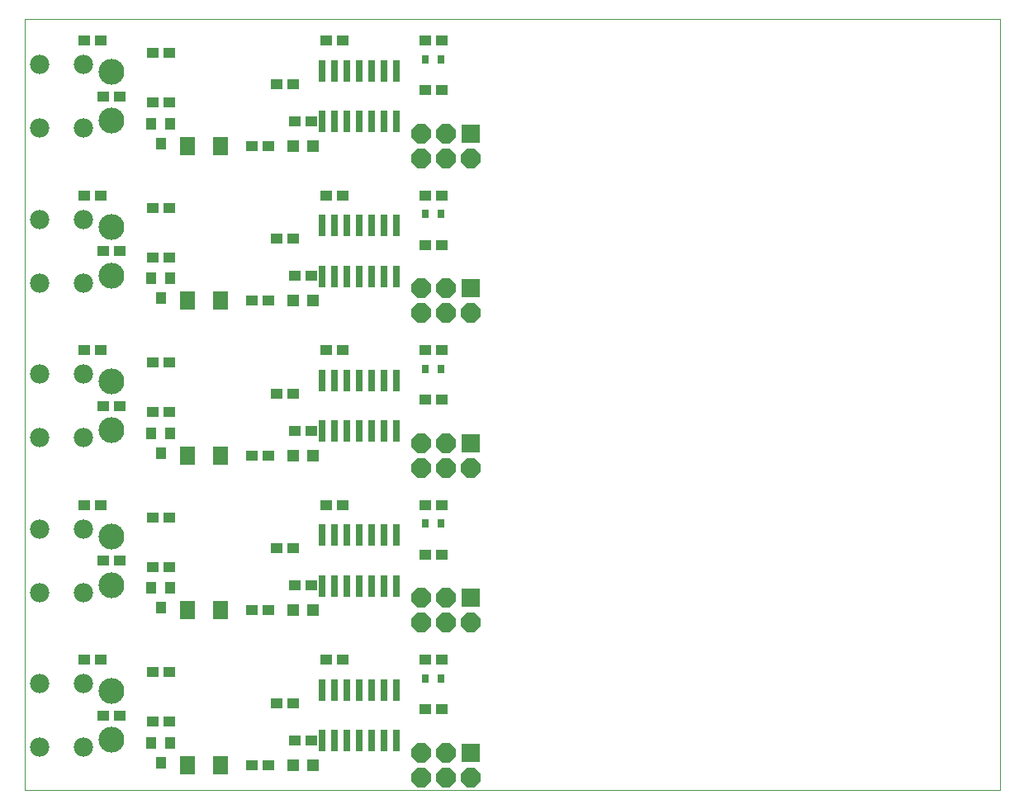
<source format=gts>
G75*
G70*
%OFA0B0*%
%FSLAX24Y24*%
%IPPOS*%
%LPD*%
%AMOC8*
5,1,8,0,0,1.08239X$1,22.5*
%
%ADD10C,0.0000*%
%ADD11R,0.0280X0.0910*%
%ADD12R,0.0780X0.0780*%
%ADD13OC8,0.0780*%
%ADD14R,0.0440X0.0490*%
%ADD15R,0.0473X0.0434*%
%ADD16C,0.0780*%
%ADD17R,0.0276X0.0355*%
%ADD18R,0.0512X0.0512*%
%ADD19C,0.1040*%
%ADD20R,0.0591X0.0749*%
D10*
X000151Y001048D02*
X000151Y032169D01*
X039521Y032169D01*
X039521Y001048D01*
X000151Y001048D01*
D11*
X012151Y003023D03*
X012651Y003023D03*
X013151Y003023D03*
X013651Y003023D03*
X014151Y003023D03*
X014651Y003023D03*
X015151Y003023D03*
X015151Y005073D03*
X014651Y005073D03*
X014151Y005073D03*
X013651Y005073D03*
X013151Y005073D03*
X012651Y005073D03*
X012151Y005073D03*
X012151Y009273D03*
X012651Y009273D03*
X013151Y009273D03*
X013651Y009273D03*
X014151Y009273D03*
X014651Y009273D03*
X015151Y009273D03*
X015151Y011323D03*
X014651Y011323D03*
X014151Y011323D03*
X013651Y011323D03*
X013151Y011323D03*
X012651Y011323D03*
X012151Y011323D03*
X012151Y015523D03*
X012651Y015523D03*
X013151Y015523D03*
X013651Y015523D03*
X014151Y015523D03*
X014651Y015523D03*
X015151Y015523D03*
X015151Y017573D03*
X014651Y017573D03*
X014151Y017573D03*
X013651Y017573D03*
X013151Y017573D03*
X012651Y017573D03*
X012151Y017573D03*
X012151Y021773D03*
X012651Y021773D03*
X013151Y021773D03*
X013651Y021773D03*
X014151Y021773D03*
X014651Y021773D03*
X015151Y021773D03*
X015151Y023823D03*
X014651Y023823D03*
X014151Y023823D03*
X013651Y023823D03*
X013151Y023823D03*
X012651Y023823D03*
X012151Y023823D03*
X012151Y028023D03*
X012651Y028023D03*
X013151Y028023D03*
X013651Y028023D03*
X014151Y028023D03*
X014651Y028023D03*
X015151Y028023D03*
X015151Y030073D03*
X014651Y030073D03*
X014151Y030073D03*
X013651Y030073D03*
X013151Y030073D03*
X012651Y030073D03*
X012151Y030073D03*
D12*
X018151Y027548D03*
X018151Y021298D03*
X018151Y015048D03*
X018151Y008798D03*
X018151Y002548D03*
D13*
X017151Y002548D03*
X017151Y001548D03*
X018151Y001548D03*
X016151Y001548D03*
X016151Y002548D03*
X016151Y007798D03*
X016151Y008798D03*
X017151Y008798D03*
X017151Y007798D03*
X018151Y007798D03*
X018151Y014048D03*
X017151Y014048D03*
X016151Y014048D03*
X016151Y015048D03*
X017151Y015048D03*
X017151Y020298D03*
X018151Y020298D03*
X017151Y021298D03*
X016151Y021298D03*
X016151Y020298D03*
X016151Y026548D03*
X016151Y027548D03*
X017151Y027548D03*
X017151Y026548D03*
X018151Y026548D03*
D14*
X006025Y027948D03*
X005277Y027948D03*
X005651Y027148D03*
X005277Y021698D03*
X006025Y021698D03*
X005651Y020898D03*
X005277Y015448D03*
X006025Y015448D03*
X005651Y014648D03*
X005277Y009198D03*
X006025Y009198D03*
X005651Y008398D03*
X005277Y002948D03*
X006025Y002948D03*
X005651Y002148D03*
D15*
X005317Y003798D03*
X005986Y003798D03*
X003986Y004048D03*
X003317Y004048D03*
X005317Y005798D03*
X005986Y005798D03*
X003236Y006298D03*
X002567Y006298D03*
X003317Y010298D03*
X003986Y010298D03*
X005317Y010048D03*
X005986Y010048D03*
X005986Y012048D03*
X005317Y012048D03*
X003236Y012548D03*
X002567Y012548D03*
X005317Y016298D03*
X005986Y016298D03*
X003986Y016548D03*
X003317Y016548D03*
X005317Y018298D03*
X005986Y018298D03*
X003236Y018798D03*
X002567Y018798D03*
X005317Y022548D03*
X005986Y022548D03*
X003986Y022798D03*
X003317Y022798D03*
X005317Y024548D03*
X005986Y024548D03*
X003236Y025048D03*
X002567Y025048D03*
X005317Y028798D03*
X005986Y028798D03*
X003986Y029048D03*
X003317Y029048D03*
X005317Y030798D03*
X005986Y030798D03*
X003236Y031298D03*
X002567Y031298D03*
X009317Y027048D03*
X009986Y027048D03*
X011067Y028048D03*
X011736Y028048D03*
X010986Y029548D03*
X010317Y029548D03*
X012317Y031298D03*
X012986Y031298D03*
X016317Y031298D03*
X016986Y031298D03*
X016986Y029298D03*
X016317Y029298D03*
X016317Y025048D03*
X016986Y025048D03*
X016986Y023048D03*
X016317Y023048D03*
X012986Y025048D03*
X012317Y025048D03*
X010986Y023298D03*
X010317Y023298D03*
X011067Y021798D03*
X011736Y021798D03*
X009986Y020798D03*
X009317Y020798D03*
X012317Y018798D03*
X012986Y018798D03*
X010986Y017048D03*
X010317Y017048D03*
X011067Y015548D03*
X011736Y015548D03*
X009986Y014548D03*
X009317Y014548D03*
X012317Y012548D03*
X012986Y012548D03*
X010986Y010798D03*
X010317Y010798D03*
X011067Y009298D03*
X011736Y009298D03*
X009986Y008298D03*
X009317Y008298D03*
X012317Y006298D03*
X012986Y006298D03*
X010986Y004548D03*
X010317Y004548D03*
X011067Y003048D03*
X011736Y003048D03*
X009986Y002048D03*
X009317Y002048D03*
X016317Y004298D03*
X016986Y004298D03*
X016986Y006298D03*
X016317Y006298D03*
X016317Y010548D03*
X016986Y010548D03*
X016986Y012548D03*
X016317Y012548D03*
X016317Y016798D03*
X016986Y016798D03*
X016986Y018798D03*
X016317Y018798D03*
D16*
X002541Y017828D03*
X000761Y017828D03*
X000761Y015268D03*
X002541Y015268D03*
X002541Y011578D03*
X000761Y011578D03*
X000761Y009018D03*
X002541Y009018D03*
X002541Y005328D03*
X000761Y005328D03*
X000761Y002768D03*
X002541Y002768D03*
X002541Y021518D03*
X000761Y021518D03*
X000761Y024078D03*
X002541Y024078D03*
X002541Y027768D03*
X000761Y027768D03*
X000761Y030328D03*
X002541Y030328D03*
D17*
X016336Y030548D03*
X016966Y030548D03*
X016966Y024298D03*
X016336Y024298D03*
X016336Y018048D03*
X016966Y018048D03*
X016966Y011798D03*
X016336Y011798D03*
X016336Y005548D03*
X016966Y005548D03*
D18*
X011815Y008298D03*
X010988Y008298D03*
X010988Y002048D03*
X011815Y002048D03*
X011815Y014548D03*
X010988Y014548D03*
X010988Y020798D03*
X011815Y020798D03*
X011815Y027048D03*
X010988Y027048D03*
D19*
X003651Y028064D03*
X003651Y030032D03*
X003651Y023782D03*
X003651Y021814D03*
X003651Y017532D03*
X003651Y015564D03*
X003651Y011282D03*
X003651Y009314D03*
X003651Y005032D03*
X003651Y003064D03*
D20*
X006732Y002048D03*
X008070Y002048D03*
X008070Y008298D03*
X006732Y008298D03*
X006732Y014548D03*
X008070Y014548D03*
X008070Y020798D03*
X006732Y020798D03*
X006732Y027048D03*
X008070Y027048D03*
M02*

</source>
